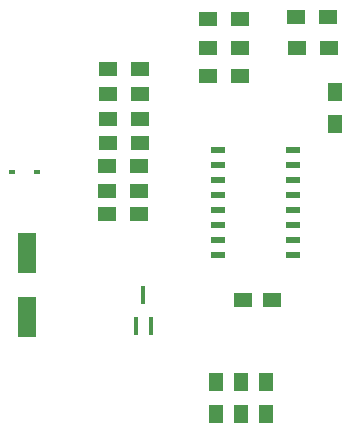
<source format=gbr>
G04 #@! TF.GenerationSoftware,KiCad,Pcbnew,(5.1.4)-1*
G04 #@! TF.CreationDate,2021-01-18T22:47:00+01:00*
G04 #@! TF.ProjectId,Atari XL s-video,41746172-6920-4584-9c20-732d76696465,rev?*
G04 #@! TF.SameCoordinates,Original*
G04 #@! TF.FileFunction,Paste,Top*
G04 #@! TF.FilePolarity,Positive*
%FSLAX46Y46*%
G04 Gerber Fmt 4.6, Leading zero omitted, Abs format (unit mm)*
G04 Created by KiCad (PCBNEW (5.1.4)-1) date 2021-01-18 22:47:00*
%MOMM*%
%LPD*%
G04 APERTURE LIST*
%ADD10R,1.600000X3.500000*%
%ADD11R,1.500000X1.250000*%
%ADD12R,0.600000X0.450000*%
%ADD13R,0.450000X1.500000*%
%ADD14R,1.500000X1.300000*%
%ADD15R,1.300000X1.500000*%
%ADD16R,1.143000X0.508000*%
G04 APERTURE END LIST*
D10*
X176606000Y-83573600D03*
X176606000Y-78173600D03*
D11*
X197389000Y-82169000D03*
X194889000Y-82169000D03*
D12*
X175353000Y-71323200D03*
X177453000Y-71323200D03*
D13*
X186487000Y-81728000D03*
X187137000Y-84388000D03*
X185837000Y-84388000D03*
D14*
X194644000Y-58394600D03*
X191944000Y-58394600D03*
X191944000Y-60833000D03*
X194644000Y-60833000D03*
X194644000Y-63195200D03*
X191944000Y-63195200D03*
X199386000Y-58242200D03*
X202086000Y-58242200D03*
X202162000Y-60833000D03*
X199462000Y-60833000D03*
D15*
X202692000Y-67237600D03*
X202692000Y-64537600D03*
D14*
X186186000Y-62636400D03*
X183486000Y-62636400D03*
X183460000Y-64744600D03*
X186160000Y-64744600D03*
X186160000Y-66802000D03*
X183460000Y-66802000D03*
X183460000Y-68834000D03*
X186160000Y-68834000D03*
X186135000Y-70840600D03*
X183435000Y-70840600D03*
X186110000Y-72898000D03*
X183410000Y-72898000D03*
X183410000Y-74904600D03*
X186110000Y-74904600D03*
D15*
X192634000Y-91803200D03*
X192634000Y-89103200D03*
X194767000Y-89103200D03*
X194767000Y-91803200D03*
X196901000Y-91803200D03*
X196901000Y-89103200D03*
D16*
X199111000Y-70713600D03*
X192761000Y-69443600D03*
X192761000Y-70713600D03*
X192761000Y-71983600D03*
X192761000Y-73253600D03*
X192761000Y-74523600D03*
X192761000Y-75793600D03*
X192761000Y-77063600D03*
X192761000Y-78333600D03*
X199111000Y-78333600D03*
X199111000Y-77063600D03*
X199111000Y-75793600D03*
X199111000Y-74523600D03*
X199111000Y-73253600D03*
X199111000Y-71983600D03*
X199111000Y-69443600D03*
M02*

</source>
